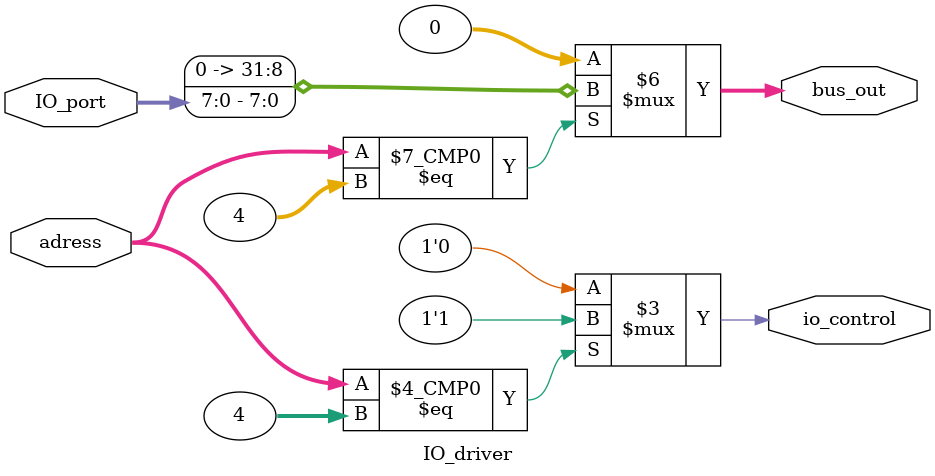
<source format=sv>
`timescale 1ns / 1ps


module IO_driver(
    input logic [7:0] IO_port,
    input logic [31:0] adress,
    output logic io_control,
    output logic [31:0] bus_out
    );
    
    always_comb begin
        io_control = 0;
        case(adress)
            32'd4: begin
                bus_out = {24'd0,IO_port};
                io_control = 1;
            end
            default bus_out = 0;
        endcase
    end
    
endmodule

</source>
